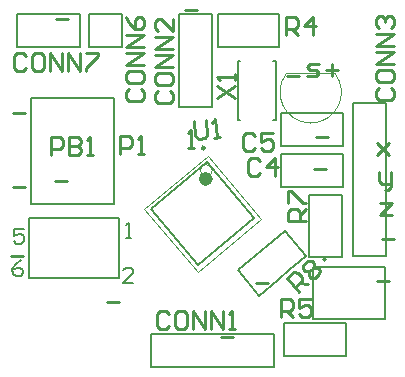
<source format=gto>
G04 Layer_Color=65535*
%FSLAX24Y24*%
%MOIN*%
G70*
G01*
G75*
%ADD16C,0.0100*%
%ADD17C,0.0079*%
%ADD18C,0.0039*%
%ADD19C,0.0050*%
%ADD32C,0.0098*%
%ADD33C,0.0236*%
%ADD34C,0.0080*%
D16*
X5034Y9450D02*
X4934Y9350D01*
Y9150D01*
X5034Y9050D01*
X5434D01*
X5534Y9150D01*
Y9350D01*
X5434Y9450D01*
X4934Y9950D02*
Y9750D01*
X5034Y9650D01*
X5434D01*
X5534Y9750D01*
Y9950D01*
X5434Y10050D01*
X5034D01*
X4934Y9950D01*
X5534Y10250D02*
X4934D01*
X5534Y10649D01*
X4934D01*
X5534Y10849D02*
X4934D01*
X5534Y11249D01*
X4934D01*
X5534Y11849D02*
Y11449D01*
X5134Y11849D01*
X5034D01*
X4934Y11749D01*
Y11549D01*
X5034Y11449D01*
X634Y10600D02*
X534Y10700D01*
X334D01*
X234Y10600D01*
Y10200D01*
X334Y10100D01*
X534D01*
X634Y10200D01*
X1134Y10700D02*
X934D01*
X834Y10600D01*
Y10200D01*
X934Y10100D01*
X1134D01*
X1234Y10200D01*
Y10600D01*
X1134Y10700D01*
X1434Y10100D02*
Y10700D01*
X1834Y10100D01*
Y10700D01*
X2034Y10100D02*
Y10700D01*
X2434Y10100D01*
Y10700D01*
X2633D02*
X3033D01*
Y10600D01*
X2633Y10200D01*
Y10100D01*
X4084Y9500D02*
X3984Y9400D01*
Y9200D01*
X4084Y9100D01*
X4484D01*
X4584Y9200D01*
Y9400D01*
X4484Y9500D01*
X3984Y10000D02*
Y9800D01*
X4084Y9700D01*
X4484D01*
X4584Y9800D01*
Y10000D01*
X4484Y10100D01*
X4084D01*
X3984Y10000D01*
X4584Y10300D02*
X3984D01*
X4584Y10699D01*
X3984D01*
X4584Y10899D02*
X3984D01*
X4584Y11299D01*
X3984D01*
Y11899D02*
X4084Y11699D01*
X4284Y11499D01*
X4484D01*
X4584Y11599D01*
Y11799D01*
X4484Y11899D01*
X4384D01*
X4284Y11799D01*
Y11499D01*
X9134Y1900D02*
Y2500D01*
X9434D01*
X9534Y2400D01*
Y2200D01*
X9434Y2100D01*
X9134D01*
X9334D02*
X9534Y1900D01*
X10134Y2500D02*
X9734D01*
Y2200D01*
X9934Y2300D01*
X10034D01*
X10134Y2200D01*
Y2000D01*
X10034Y1900D01*
X9834D01*
X9734Y2000D01*
X7000Y9200D02*
X7600Y9600D01*
X7000D02*
X7600Y9200D01*
Y9800D02*
Y10000D01*
Y9900D01*
X7000D01*
X7100Y9800D01*
X1484Y7300D02*
Y7900D01*
X1784D01*
X1884Y7800D01*
Y7600D01*
X1784Y7500D01*
X1484D01*
X2084Y7900D02*
Y7300D01*
X2384D01*
X2484Y7400D01*
Y7500D01*
X2384Y7600D01*
X2084D01*
X2384D01*
X2484Y7700D01*
Y7800D01*
X2384Y7900D01*
X2084D01*
X2684Y7300D02*
X2884D01*
X2784D01*
Y7900D01*
X2684Y7800D01*
X3784Y7350D02*
Y7950D01*
X4084D01*
X4184Y7850D01*
Y7650D01*
X4084Y7550D01*
X3784D01*
X4384Y7350D02*
X4584D01*
X4484D01*
Y7950D01*
X4384Y7850D01*
X8284Y7950D02*
X8184Y8050D01*
X7984D01*
X7884Y7950D01*
Y7550D01*
X7984Y7450D01*
X8184D01*
X8284Y7550D01*
X8884Y8050D02*
X8484D01*
Y7750D01*
X8684Y7850D01*
X8784D01*
X8884Y7750D01*
Y7550D01*
X8784Y7450D01*
X8584D01*
X8484Y7550D01*
X8450Y7100D02*
X8350Y7200D01*
X8150D01*
X8050Y7100D01*
Y6700D01*
X8150Y6600D01*
X8350D01*
X8450Y6700D01*
X8950Y6600D02*
Y7200D01*
X8650Y6900D01*
X9050D01*
X5400Y2000D02*
X5300Y2100D01*
X5100D01*
X5000Y2000D01*
Y1600D01*
X5100Y1500D01*
X5300D01*
X5400Y1600D01*
X5900Y2100D02*
X5700D01*
X5600Y2000D01*
Y1600D01*
X5700Y1500D01*
X5900D01*
X6000Y1600D01*
Y2000D01*
X5900Y2100D01*
X6200Y1500D02*
Y2100D01*
X6599Y1500D01*
Y2100D01*
X6799Y1500D02*
Y2100D01*
X7199Y1500D01*
Y2100D01*
X7399Y1500D02*
X7599D01*
X7499D01*
Y2100D01*
X7399Y2000D01*
X6248Y8436D02*
X6291Y7938D01*
X6400Y7847D01*
X6599Y7865D01*
X6690Y7973D01*
X6646Y8471D01*
X6898Y7891D02*
X7097Y7908D01*
X6997Y7900D01*
X6945Y8497D01*
X6854Y8389D01*
X9300Y11300D02*
Y11900D01*
X9600D01*
X9700Y11800D01*
Y11600D01*
X9600Y11500D01*
X9300D01*
X9500D02*
X9700Y11300D01*
X10200D02*
Y11900D01*
X9900Y11600D01*
X10300D01*
X12400Y9550D02*
X12300Y9450D01*
Y9250D01*
X12400Y9150D01*
X12800D01*
X12900Y9250D01*
Y9450D01*
X12800Y9550D01*
X12300Y10050D02*
Y9850D01*
X12400Y9750D01*
X12800D01*
X12900Y9850D01*
Y10050D01*
X12800Y10150D01*
X12400D01*
X12300Y10050D01*
X12900Y10350D02*
X12300D01*
X12900Y10749D01*
X12300D01*
X12900Y10949D02*
X12300D01*
X12900Y11349D01*
X12300D01*
X12400Y11549D02*
X12300Y11649D01*
Y11849D01*
X12400Y11949D01*
X12500D01*
X12600Y11849D01*
Y11749D01*
Y11849D01*
X12700Y11949D01*
X12800D01*
X12900Y11849D01*
Y11649D01*
X12800Y11549D01*
X9984Y5100D02*
X9384D01*
Y5400D01*
X9484Y5500D01*
X9684D01*
X9784Y5400D01*
Y5100D01*
Y5300D02*
X9984Y5500D01*
X9384Y5700D02*
Y6100D01*
X9484D01*
X9884Y5700D01*
X9984D01*
X9734Y2750D02*
X9349Y3209D01*
X9578Y3402D01*
X9719Y3390D01*
X9848Y3237D01*
X9835Y3096D01*
X9606Y2903D01*
X9759Y3032D02*
X10041Y3007D01*
X9872Y3518D02*
X9885Y3659D01*
X10038Y3788D01*
X10179Y3775D01*
X10243Y3699D01*
X10231Y3558D01*
X10372Y3546D01*
X10436Y3469D01*
X10423Y3328D01*
X10270Y3200D01*
X10129Y3212D01*
X10065Y3289D01*
X10078Y3430D01*
X9937Y3442D01*
X9872Y3518D01*
X10078Y3430D02*
X10231Y3558D01*
X12450Y5700D02*
X12850D01*
X12450Y5300D01*
X12850D01*
X12400Y6750D02*
Y6450D01*
X12500Y6350D01*
X12800D01*
Y6250D01*
X12700Y6150D01*
X12600D01*
X12800Y6350D02*
Y6750D01*
X12350Y7700D02*
X12750Y7300D01*
X12550Y7500D01*
X12750Y7700D01*
X12350Y7300D01*
X6050Y7550D02*
X6250D01*
X6150D01*
Y8150D01*
X6050Y8050D01*
X200Y6250D02*
X600D01*
X12500Y4500D02*
X12900D01*
X12350Y3100D02*
X12750D01*
X7150Y1250D02*
X7550D01*
X9350Y9930D02*
X9750D01*
X10650Y10150D02*
X11050D01*
X10850Y10350D02*
Y9950D01*
X10000Y9950D02*
X10300D01*
X10400Y10050D01*
X10300Y10150D01*
X10100D01*
X10000Y10250D01*
X10100Y10350D01*
X10400D01*
X10650Y6850D02*
X10250D01*
X10700Y7900D02*
X10300D01*
X6350Y12150D02*
X5950D01*
X2050Y11850D02*
X1650D01*
X600Y8700D02*
X200D01*
X2000Y6450D02*
X1600D01*
X550Y3950D02*
X150D01*
X3750Y2400D02*
X3350D01*
X8700Y3050D02*
X8300D01*
D17*
X5734Y8900D02*
Y12000D01*
X6834D01*
Y8900D02*
Y12000D01*
X5734Y8900D02*
X6834D01*
X806Y9222D02*
X3562D01*
X806Y5678D02*
Y9222D01*
Y5678D02*
X3562Y5678D01*
Y9222D01*
X734Y3200D02*
Y5200D01*
X3734Y3200D02*
Y5200D01*
X734Y3200D02*
X3734D01*
X734Y5200D02*
X3734D01*
X734D02*
X2651D01*
X12634Y3950D02*
Y9050D01*
X11534Y3950D02*
X12634D01*
X11534D02*
Y9050D01*
X12634D01*
X9460Y3506D02*
X9581Y3607D01*
X9973Y3936D01*
X8404Y2620D02*
X9038Y3151D01*
X7696Y3464D02*
X8000Y3102D01*
X7696Y3464D02*
X9264Y4780D01*
X9973Y3936D01*
X9038Y3151D02*
X9460Y3506D01*
X8000Y3102D02*
X8404Y2620D01*
X10083Y4438D02*
Y4596D01*
Y4438D02*
X10083Y3926D01*
X10083Y5974D02*
X10083Y5147D01*
X10713Y5974D02*
X11185D01*
Y3926D02*
Y5974D01*
X10083Y3926D02*
X11185D01*
X10083Y4596D02*
X10083Y5147D01*
X10083Y5974D02*
X10713D01*
X9672Y8701D02*
X9830D01*
X9161D02*
X9672D01*
X10381Y8701D02*
X11208Y8701D01*
Y8071D02*
X11208Y7599D01*
X9161D02*
X11208D01*
X9161D02*
Y8701D01*
X9830D02*
X10381Y8701D01*
X11208Y8071D02*
Y8701D01*
X8885Y10434D02*
X8964D01*
Y8466D02*
Y10434D01*
X8885Y8466D02*
X8964Y8466D01*
X7704Y10434D02*
X7783Y10434D01*
X7704Y10434D02*
X7704Y8466D01*
X7783D01*
X9672Y7351D02*
X9830D01*
X9161D02*
X9672D01*
X10381D02*
X11208D01*
X11208Y6249D02*
Y6721D01*
X9161Y6249D02*
X11208Y6249D01*
X9161Y6249D02*
X9161Y7351D01*
X9830D02*
X10381D01*
X11208Y6721D02*
X11208Y7351D01*
X9090Y11388D02*
Y12018D01*
X7712D02*
X8263D01*
X7043Y10915D02*
Y12018D01*
Y10915D02*
X9090D01*
Y11388D01*
X8263Y12018D02*
X9090D01*
X7043D02*
X7554D01*
X7712D01*
X4800Y1350D02*
X8900D01*
Y250D02*
Y1350D01*
X4800Y250D02*
X8900D01*
X4800D02*
Y1350D01*
X9261Y599D02*
Y1229D01*
X10087Y599D02*
X10639D01*
X11308D02*
Y1701D01*
X9261D02*
X11308D01*
X9261Y1229D02*
Y1701D01*
Y599D02*
X10087D01*
X10796D02*
X11308D01*
X10639D02*
X10796D01*
X334Y10900D02*
Y12000D01*
Y10900D02*
X2434D01*
Y12000D01*
X334D02*
X2434D01*
X6685Y7069D02*
X8254Y5200D01*
X4815Y5500D02*
X6685Y7069D01*
X6384Y3631D02*
X8254Y5200D01*
X4815Y5500D02*
X6384Y3631D01*
X2734Y10900D02*
X3834D01*
Y12000D01*
X2734D02*
X3834D01*
X2734Y10900D02*
Y12000D01*
X10633Y3824D02*
G03*
X10633Y3824I-39J0D01*
G01*
D02*
G03*
X10633Y3824I-39J0D01*
G01*
D18*
X6857Y6792D02*
G03*
X6857Y6792I-197J0D01*
G01*
X9328Y10030D02*
G03*
X10941Y10030I807J-630D01*
G01*
X4593Y5520D02*
X6704Y7291D01*
X6364Y3409D02*
X8476Y5180D01*
X6704Y7291D02*
X8476Y5180D01*
X4593Y5520D02*
X6364Y3409D01*
X9328Y10030D02*
X10941D01*
D19*
X10223Y1846D02*
X12624D01*
X10223D02*
Y3575D01*
X12624D01*
Y1846D02*
Y3575D01*
X10223Y1846D02*
X12624D01*
X10223D02*
Y3575D01*
X12624D01*
Y1846D02*
Y3575D01*
D32*
X6601Y7549D02*
G03*
X6601Y7549I-49J0D01*
G01*
D33*
X6754Y6515D02*
G03*
X6754Y6515I-118J0D01*
G01*
D34*
X476Y3800D02*
X326Y3689D01*
X191Y3496D01*
X220Y3332D01*
X316Y3264D01*
X480Y3293D01*
X548Y3390D01*
X533Y3472D01*
X437Y3540D01*
X191Y3496D01*
X567Y4850D02*
X234D01*
Y4600D01*
X401Y4683D01*
X484D01*
X567Y4600D01*
Y4433D01*
X484Y4350D01*
X318D01*
X234Y4433D01*
X4217Y3050D02*
X3884D01*
X4217Y3383D01*
Y3467D01*
X4134Y3550D01*
X3968D01*
X3884Y3467D01*
X3984Y4550D02*
X4151D01*
X4068D01*
Y5050D01*
X3984Y4967D01*
M02*

</source>
